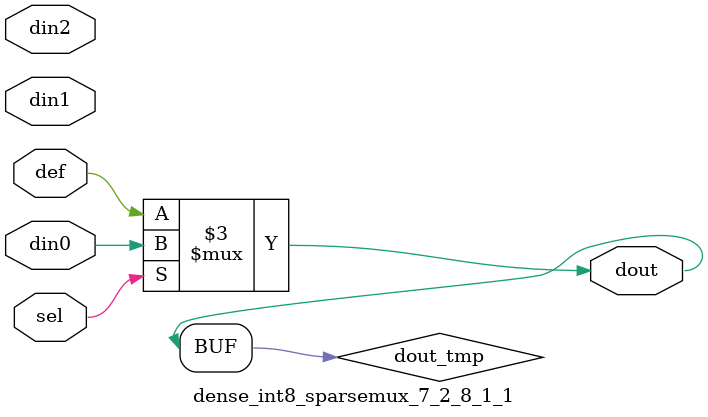
<source format=v>
`timescale 1ns / 1ps

(* DowngradeIPIdentifiedWarnings="yes" *) module dense_int8_sparsemux_7_2_8_1_1 (din0,din1,din2,def,sel,dout);

parameter din0_WIDTH = 1;

parameter din1_WIDTH = 1;

parameter din2_WIDTH = 1;

parameter def_WIDTH = 1;
parameter sel_WIDTH = 1;
parameter dout_WIDTH = 1;

parameter [sel_WIDTH-1:0] CASE0 = 1;

parameter [sel_WIDTH-1:0] CASE1 = 1;

parameter [sel_WIDTH-1:0] CASE2 = 1;

parameter ID = 1;
parameter NUM_STAGE = 1;



input [din0_WIDTH-1:0] din0;

input [din1_WIDTH-1:0] din1;

input [din2_WIDTH-1:0] din2;

input [def_WIDTH-1:0] def;
input [sel_WIDTH-1:0] sel;

output [dout_WIDTH-1:0] dout;



reg [dout_WIDTH-1:0] dout_tmp;


always @ (*) begin
(* parallel_case *) case (sel)
    
    CASE0 : dout_tmp = din0;
    
    CASE1 : dout_tmp = din1;
    
    CASE2 : dout_tmp = din2;
    
    default : dout_tmp = def;
endcase
end


assign dout = dout_tmp;



endmodule

</source>
